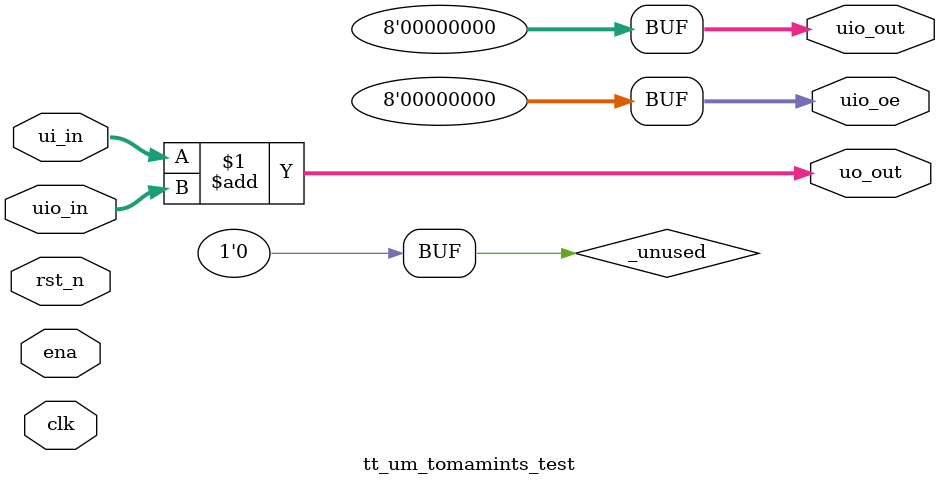
<source format=v>
/*
 * Copyright (c) 2024 Your Name
 * SPDX-License-Identifier: Apache-2.0
 */

`default_nettype none

module tt_um_tomamints_test (
    input  wire [7:0] ui_in,    // Dedicated inputs
    output wire [7:0] uo_out,   // Dedicated outputs
    input  wire [7:0] uio_in,   // IOs: Input path
    output wire [7:0] uio_out,  // IOs: Output path
    output wire [7:0] uio_oe,   // IOs: Enable path (active high: 0=input, 1=output)
    input  wire       ena,      // always 1 when the design is powered, so you can ignore it
    input  wire       clk,      // clock
    input  wire       rst_n     // reset_n - low to reset
);

  // All output pins must be assigned. If not used, assign to 0.
  assign uo_out  = ui_in + uio_in;  // Example: ou_out is the sum of ui_in and uio_in
  assign uio_out = 0;
  assign uio_oe  = 0;

  // List all unused inputs to prevent warnings
  wire _unused = &{ena, clk, rst_n, 1'b0};

endmodule

</source>
